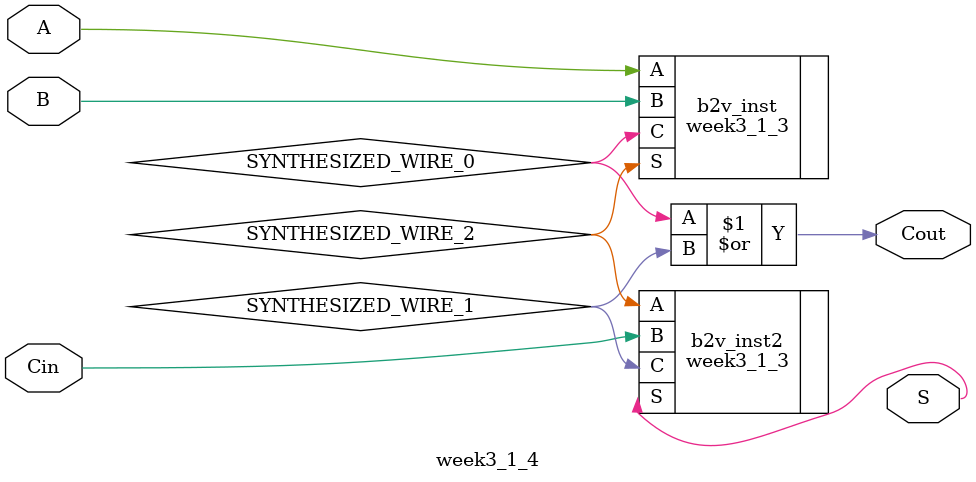
<source format=v>


module week3_1_4(
	A,
	B,
	Cin,
	Cout,
	S
);


input wire	A;
input wire	B;
input wire	Cin;
output wire	Cout;
output wire	S;

wire	SYNTHESIZED_WIRE_0;
wire	SYNTHESIZED_WIRE_1;
wire	SYNTHESIZED_WIRE_2;





week3_1_3	b2v_inst(
	.A(A),
	.B(B),
	.S(SYNTHESIZED_WIRE_2),
	.C(SYNTHESIZED_WIRE_0));

assign	Cout = SYNTHESIZED_WIRE_0 | SYNTHESIZED_WIRE_1;


week3_1_3	b2v_inst2(
	.A(SYNTHESIZED_WIRE_2),
	.B(Cin),
	.S(S),
	.C(SYNTHESIZED_WIRE_1));


endmodule

</source>
